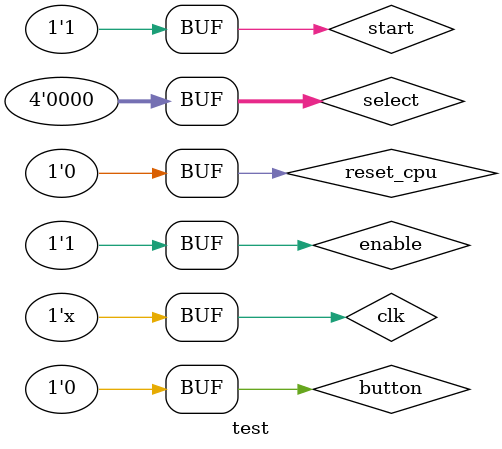
<source format=v>
`timescale 1ns / 1ps


module test;

	// Inputs
	reg reset_cpu;
	reg clk;
	reg button;
	reg enable;
	reg start;
	reg [3:0] select;

	// Outputs
	wire [6:0] num;
	wire [3:0] en;
	wire hsync;
	wire vsync;
   wire [2:0]  vga_r;
	wire [2:0]	vga_g;
	wire [1:0]	vga_b;
	// Instantiate the Unit Under Test (UUT)
	cpu_top uut (
		.reset_cpu(reset_cpu), 
		.clk(clk), 
		.button(button), 
		.enable(enable), 
		.start(start), 
		.num(num), 
		.en(en), 
		.select(select),
		.hsync(hsync),
		.vsync(vsync),
      .vga_r(vga_r),
		.vga_g(vga_g),
		.vga_b(vga_b)
	);

	initial begin
		// Initialize Inputs
		reset_cpu = 1;
		clk = 0;
		button = 0;
		enable = 0;
		start = 0;
		select = 0;

		// Wait 100 ns for global reset to finish
		//#100;
//    $display("pc:     id_ir      :reg_A:reg_B:reg_C: da: dd  :w: reC1 :gr1 : gr2 : gr3 :cf :nf :zf:");
//$monitor("%h:%b:%h: %h: %h:  %h: %h:%b:%h:%h: %h : %h :%b : %b:  %b", 
//	pc, id_ir, reg_A, uut.reg_B, uut.reg_C,
//	d_addr, d_dataout, d_we, uut.reg_C1, uut.gr[1], uut.gr[2], uut.gr[3],uut.cf,uut.nf,uut.zf);    
		// Add stimulus here
		start <= 1;
		enable <= 1;
		reset_cpu <= 0;
		
		button <= 1;
		#1000
		button <= 0;
		#1000
		button <= 1;
		#1000
		button <= 0;
		#1000
		button <= 1;
		#1000
		button <= 0;
		#1000
		button <= 1;
		#1000
		button <= 0;
		#1000
		button <= 1;
		#1000
		button <= 0;
		#1000
		button <= 1;
		#1000
		button <= 0;
		#1000
		button <= 1;
		#1000
		button <= 0;
		#1000
		button <= 1;
		#1000
		button <= 0;
		#1000;
		button <= 1;
		#1000
		button <= 0;
		#1000;
		button <= 1;
		#1000
		
		button <= 0;
		#1000;
		button <= 1;
		#1000
		button <= 0;
		#1000;
		button <= 1;
		#1000
		button <= 0;
		button <= 1;
		#1000
		button <= 0;
		#1000
		button <= 1;
		#1000
		button <= 0;
		#1000
		button <= 1;
		#1000
		button <= 0;
		#1000
		button <= 1;
		#1000
		button <= 0;
		#1000
		button <= 1;
		#1000
		button <= 0;
		#1000
		button <= 1;
		#1000
		button <= 0;
		#1000
		button <= 1;
		#1000
		button <= 0;
		#1000
		button <= 1;
		#1000
		button <= 0;
		#1000;
		button <= 1;
		#1000
		button <= 0;
		#1000;
		button <= 1;
		#1000
		
		button <= 0;
		#1000;
		button <= 1;
		#1000
		button <= 0;
		#1000;
		button <= 1;
		#1000
		button <= 0;
		#1000
		button <= 1;
		#1000
		button <= 0;
		#1000;
		button <= 1;
		#1000
		button <= 0;
		#1000
		button <= 1;
		#1000
		button <= 0;
		#1000
		button <= 1;
		#1000
		button <= 0;
		#1000
		button <= 1;
		#1000
		button <= 0;
		#1000
		button <= 1;
		#1000
		button <= 0;
		#1000
		button <= 1;
		#1000
		button <= 0;
		#1000
		button <= 1;
		#1000
		button <= 0;
		#1000
		button <= 1;
		#1000
		button <= 0;
		#1000;
		button <= 1;
		#1000
		button <= 0;
		#1000;
		button <= 1;
		#1000
		
		button <= 0;
		#1000;
		button <= 1;
		#1000
		button <= 0;
		#1000;
		button <= 1;
		#1000
		button <= 0;
		button <= 1;
		#1000
		button <= 0;
		#1000
		button <= 1;
		#1000
		button <= 0;
		#1000
		button <= 1;
		#1000
		button <= 0;
		#1000
		button <= 1;
		#1000
		button <= 0;
		#1000
		button <= 1;
		#1000
		button <= 0;
		#1000
		button <= 1;
		#1000
		button <= 0;
		#1000
		button <= 1;
		#1000
		button <= 0;
		#1000
		button <= 1;
		#1000
		button <= 0;
		#1000;
		button <= 1;
		#1000
		button <= 0;
		#1000;
		button <= 1;
		#1000
		
		button <= 0;
		#1000;
		button <= 1;
		#1000
		button <= 0;
		#1000;
		button <= 1;
		#1000
		button <= 0;
		#1000
		button <= 1;
		#1000
		button <= 0;
		#1000;
		button <= 1;
		#1000
		button <= 0;
		#1000
		button <= 1;
		#1000
		button <= 0;
		#1000
		button <= 1;
		#1000
		button <= 0;
		#1000
		button <= 1;
		#1000
		button <= 0;
		#1000
		button <= 1;
		#1000
		button <= 0;
		#1000
		button <= 1;
		#1000
		button <= 0;
		#1000
		button <= 1;
		#1000
		button <= 0;
		#1000
		button <= 1;
		#1000
		button <= 0;
		#1000;
		button <= 1;
		#1000
		button <= 0;
		#1000;
		button <= 1;
		#1000
		
		button <= 0;
		#1000;
		button <= 1;
		#1000
		button <= 0;
		#1000;
		button <= 1;
		#1000
		button <= 0;
		button <= 1;
		#1000
		button <= 0;
		#1000
		button <= 1;
		#1000
		button <= 0;
		#1000
		button <= 1;
		#1000
		button <= 0;
		#1000
		button <= 1;
		#1000
		button <= 0;
		#1000
		button <= 1;
		#1000
		button <= 0;
		#1000
		button <= 1;
		#1000
		button <= 0;
		#1000
		button <= 1;
		#1000
		button <= 0;
		#1000
		button <= 1;
		#1000
		button <= 0;
		#1000;
		button <= 1;
		#1000
		button <= 0;
		#1000;
		button <= 1;
		#1000
		
		button <= 0;
		#1000;
		button <= 1;
		#1000
		button <= 0;
		#1000;
		button <= 1;
		#1000
		button <= 0;
		#1000
		button <= 1;
		#1000
		button <= 0;
		#1000;
	end
      always #1 clk =~clk;
endmodule


</source>
